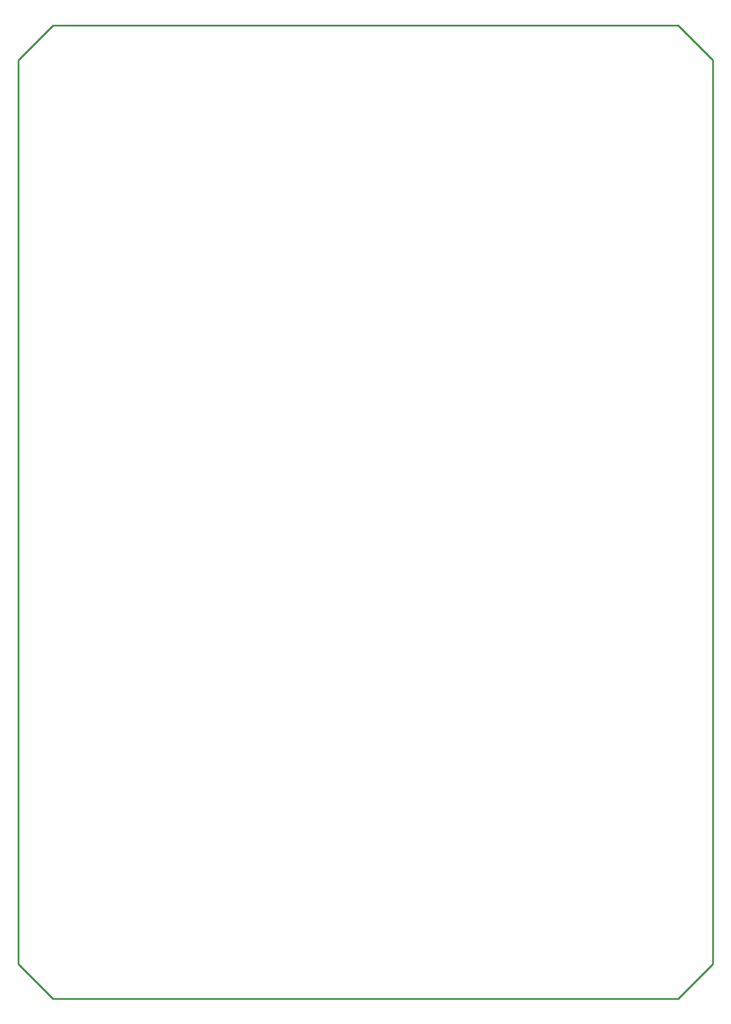
<source format=gbp>
G04 Layer_Color=16770453*
%FSLAX44Y44*%
%MOMM*%
G71*
G01*
G75*
%ADD22C,0.2540*%
D22*
X70250Y1420000D02*
X970250D01*
X1020250Y1370000D01*
Y70000D02*
Y1370000D01*
X970250Y20000D02*
X1020250Y70000D01*
X70250Y20000D02*
X970250D01*
X20250Y70000D02*
X70250Y20000D01*
X20250Y70000D02*
Y1370000D01*
X70250Y1420000D01*
Y1420000D01*
M02*

</source>
